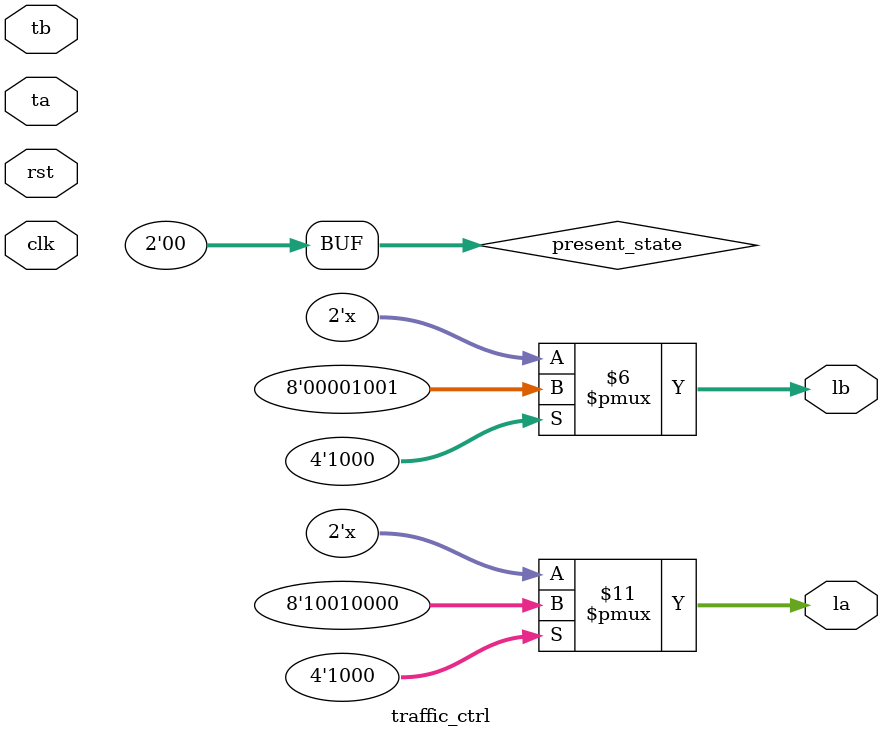
<source format=v>
module traffic_ctrl(clk,rst,ta,tb,la,lb);
input clk,rst,ta,tb;
output reg [1:0]la,lb;

parameter s0 = 2'b00,
          s1 = 2'b01,
          s2 = 2'b10,
          s3 = 2'b11;

reg[1:0]present_state,next_state;

always@(posedge clk)
begin
    if(rst)
        present_state <= s0;
    else
        present_state <= next_state;
end

always@(*)
begin
    present_state = s0;
    case(present_state)
        s0:begin
            if(ta==1)
                next_state =s0;
            else
                next_state = s1;
        end

        s1:next_state = s2;

        s2:begin
            if(tb==1)
                next_state = s2;
            else
                next_state = s3;
        end

        s3:next_state = s0;

        default:next_state = s0;
    endcase
end

always@(present_state)
begin
    case(present_state)
        s0:begin
            la = 2'b10;
            lb = 2'b00;
        end

        s1:begin
            la = 2'b01;
            lb = 2'b00;
        end

        s2:begin
            la = 2'b00;
            lb = 2'b10;
        end

        s3:begin
            la = 2'b00;
            lb = 2'b01;
        end
    endcase
end
endmodule


</source>
